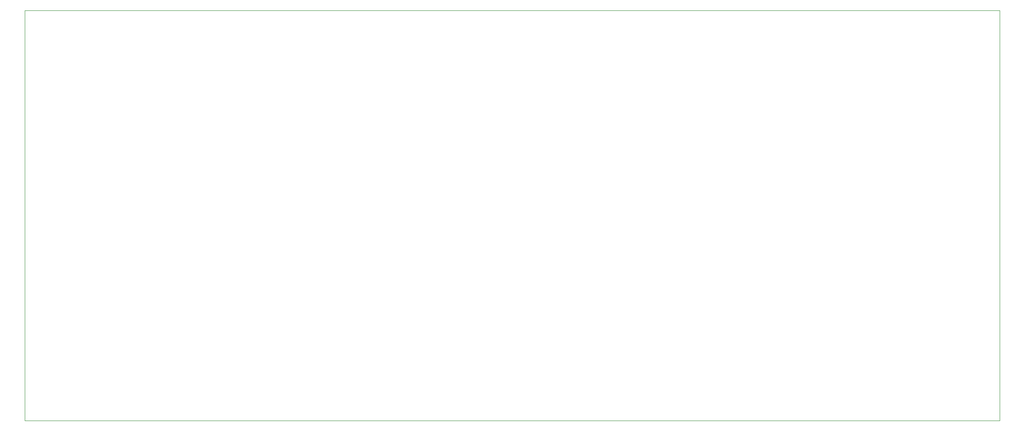
<source format=gbr>
G04 #@! TF.GenerationSoftware,KiCad,Pcbnew,(5.1.6)-1*
G04 #@! TF.CreationDate,2020-08-15T15:38:21+01:00*
G04 #@! TF.ProjectId,Sockets,536f636b-6574-4732-9e6b-696361645f70,rev?*
G04 #@! TF.SameCoordinates,Original*
G04 #@! TF.FileFunction,Profile,NP*
%FSLAX46Y46*%
G04 Gerber Fmt 4.6, Leading zero omitted, Abs format (unit mm)*
G04 Created by KiCad (PCBNEW (5.1.6)-1) date 2020-08-15 15:38:21*
%MOMM*%
%LPD*%
G01*
G04 APERTURE LIST*
G04 #@! TA.AperFunction,Profile*
%ADD10C,0.100000*%
G04 #@! TD*
G04 APERTURE END LIST*
D10*
X60000000Y-140000000D02*
X60000000Y-60000000D01*
X250000000Y-140000000D02*
X60000000Y-140000000D01*
X250000000Y-60000000D02*
X250000000Y-140000000D01*
X60000000Y-60000000D02*
X250000000Y-60000000D01*
M02*

</source>
